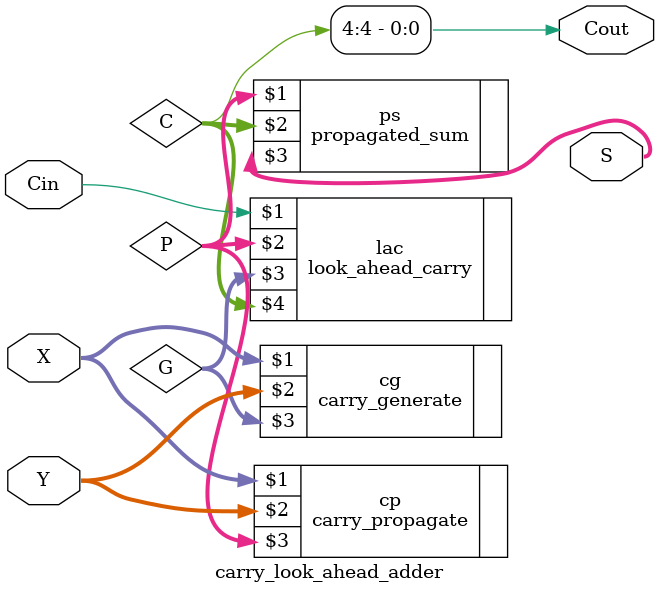
<source format=v>
(* DONT_TOUCH = "true" *)
module carry_look_ahead_adder(
    input  [3:0] X, // 4-bit input
    input  [3:0] Y, // 4-bit input
    input  Cin,     // 1-bit input carry in
    output [3:0] S, // 4-bit output sum
    output Cout     // 1-bit output carry out
);
    
    // --- enter your code here
    wire [3:0] P;
    wire [3:0] G;
    wire [4:0] C;
    carry_propagate cp(X, Y, P);
    carry_generate cg(X, Y, G);
    look_ahead_carry lac(Cin, P, G, C);
    propagated_sum ps(P, C, S);
    assign Cout = C[4];
    
    // --- end your code here
endmodule

</source>
